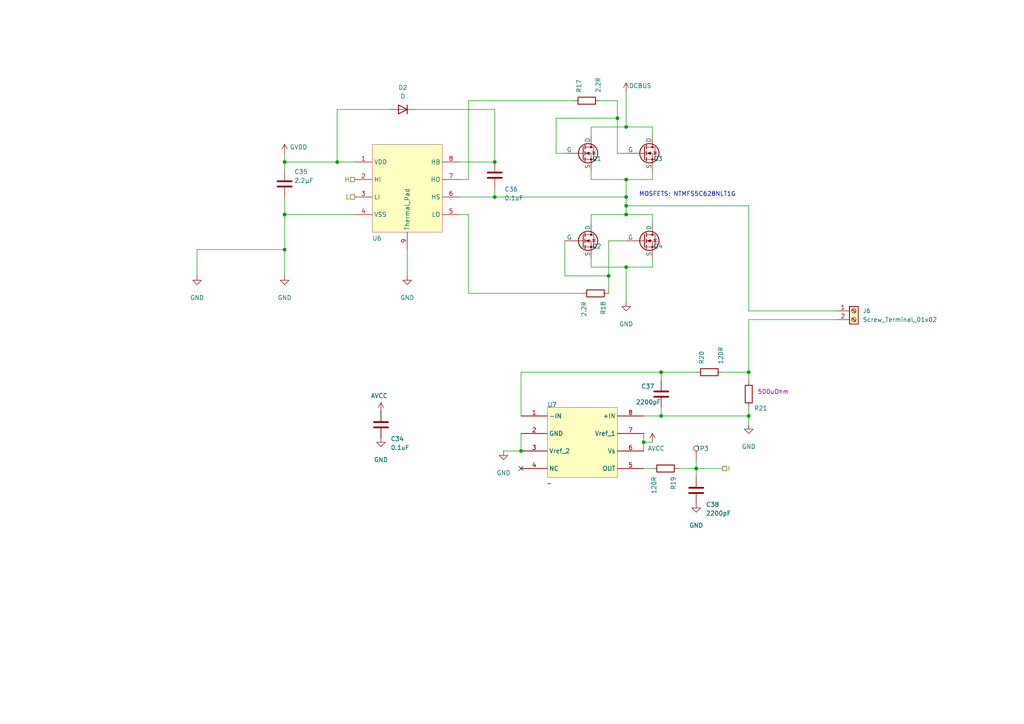
<source format=kicad_sch>
(kicad_sch (version 20231120) (generator "eeschema") (generator_version "8.0")
  (paper "A4")
  (lib_symbols
    (symbol "Connector:Screw_Terminal_01x02" (pin_names (offset 1.016) hide)
      (property "Reference" "J" (at 0 2.54 0))
      (property "Value" "Screw_Terminal_01x02" (at 0 -5.08 0))
      (symbol "Screw_Terminal_01x02_1_1"
        (rectangle (start -1.27 1.27) (end 1.27 -3.81) (stroke (width 0.254)) (fill (type background)))
        (circle (center 0 -2.54) (radius 0.635) (stroke (width 0.1524)))
        (polyline (pts (xy -0.5334 -2.2098) (xy 0.3302 -3.048)) (stroke (width 0.1524)))
        (polyline (pts (xy -0.5334 0.3302) (xy 0.3302 -0.508)) (stroke (width 0.1524)))
        (polyline (pts (xy -0.3556 -2.032) (xy 0.508 -2.8702)) (stroke (width 0.1524)))
        (polyline (pts (xy -0.3556 0.508) (xy 0.508 -0.3302)) (stroke (width 0.1524)))
        (circle (center 0 0) (radius 0.635) (stroke (width 0.1524)))
        (pin passive line (at -5.08 0 0) (length 3.81) (name "Pin_1") (number "1"))
        (pin passive line (at -5.08 -2.54 0) (length 3.81) (name "Pin_2") (number "2"))
      )
    )
    (symbol "Connector:TestPoint" (pin_numbers hide) (pin_names (offset 0.762) hide)
      (property "Reference" "TP" (at 0 6.858 0))
      (property "Value" "TestPoint" (at 0 5.08 0))
      (symbol "TestPoint_0_1"
        (circle (center 0 3.302) (radius 0.762))
      )
      (symbol "TestPoint_1_1"
        (pin passive line (at 0 0 90) (length 2.54) (name "1") (number "1"))
      )
    )
    (symbol "CustomNMOS:NMOS_1" (pin_numbers hide) (pin_names (offset 0))
      (property "Reference" "Q1" (at 2.794 0.254 0))
      (symbol "NMOS_1_0_1"
        (polyline (pts (xy 0.254 0) (xy -2.54 0)))
        (polyline (pts (xy 0.254 1.905) (xy 0.254 -1.905)) (stroke (width 0.254)))
        (polyline (pts (xy 0.762 -1.27) (xy 0.762 -2.286)) (stroke (width 0.254)))
        (polyline (pts (xy 0.762 0.508) (xy 0.762 -0.508)) (stroke (width 0.254)))
        (polyline (pts (xy 0.762 2.286) (xy 0.762 1.27)) (stroke (width 0.254)))
        (polyline (pts (xy 2.54 2.54) (xy 2.54 1.778)))
        (polyline (pts (xy 2.54 -2.54) (xy 2.54 0) (xy 0.762 0)))
        (polyline (pts (xy 0.762 -1.778) (xy 3.302 -1.778) (xy 3.302 1.778) (xy 0.762 1.778)))
        (polyline (pts (xy 1.016 0) (xy 2.032 0.381) (xy 2.032 -0.381) (xy 1.016 0)) (fill (type outline)))
        (polyline (pts (xy 2.794 0.508) (xy 2.921 0.381) (xy 3.683 0.381) (xy 3.81 0.254)))
        (polyline (pts (xy 3.302 0.381) (xy 2.921 -0.254) (xy 3.683 -0.254) (xy 3.302 0.381)))
        (circle (center 1.651 0) (radius 2.794) (stroke (width 0.254)))
        (circle (center 2.54 -1.778) (radius 0.254) (fill (type outline)))
        (circle (center 2.54 1.778) (radius 0.254) (fill (type outline)))
      )
      (symbol "NMOS_1_1_1"
        (pin passive line (at 2.54 -5.08 90) (length 2.54) (name "S") (number "1"))
        (pin input line (at -5.08 0 0) (length 2.54) (name "G") (number "4"))
        (pin passive line (at 2.54 5.08 270) (length 2.54) (name "D") (number "5"))
      )
    )
    (symbol "Device:C" (pin_numbers hide) (pin_names (offset 0.254))
      (property "Reference" "C" (at 0.635 2.54 0))
      (property "Value" "C" (at 0.635 -2.54 0))
      (symbol "C_0_1"
        (polyline (pts (xy -2.032 -0.762) (xy 2.032 -0.762)) (stroke (width 0.508)))
        (polyline (pts (xy -2.032 0.762) (xy 2.032 0.762)) (stroke (width 0.508)))
      )
      (symbol "C_1_1"
        (pin passive line (at 0 3.81 270) (length 2.794) (name "~") (number "1"))
        (pin passive line (at 0 -3.81 90) (length 2.794) (name "~") (number "2"))
      )
    )
    (symbol "Device:D" (pin_numbers hide) (pin_names (offset 1.016) hide)
      (property "Reference" "D" (at 0 2.54 0))
      (property "Value" "D" (at 0 -2.54 0))
      (symbol "D_0_1"
        (polyline (pts (xy -1.27 1.27) (xy -1.27 -1.27)) (stroke (width 0.254)))
        (polyline (pts (xy 1.27 0) (xy -1.27 0)))
        (polyline (pts (xy 1.27 1.27) (xy 1.27 -1.27) (xy -1.27 0) (xy 1.27 1.27)) (stroke (width 0.254)))
      )
      (symbol "D_1_1"
        (pin passive line (at -3.81 0 0) (length 2.54) (name "K") (number "1"))
        (pin passive line (at 3.81 0 180) (length 2.54) (name "A") (number "2"))
      )
    )
    (symbol "Device:R" (pin_numbers hide) (pin_names (offset 0))
      (property "Reference" "R" (at 2.032 0 90))
      (property "Value" "R" (at 0 0 90))
      (symbol "R_0_1"
        (rectangle (start -1.016 -2.54) (end 1.016 2.54) (stroke (width 0.254)))
      )
      (symbol "R_1_1"
        (pin passive line (at 0 3.81 270) (length 1.27) (name "~") (number "1"))
        (pin passive line (at 0 -3.81 90) (length 1.27) (name "~") (number "2"))
      )
    )
    (symbol "Top-altium-import:Aux_0_AD8418WBRZ"
      (symbol "Aux_0_AD8418WBRZ_1_0"
        (rectangle (start 20.32 20.32) (end 0 0) (stroke (width 0.0254) (color 128 0 0 1)) (fill (type background)))
        (pin passive line (at -7.62 17.78 0) (length 7.62) (name "-IN") (number "1"))
        (pin passive line (at -7.62 12.7 0) (length 7.62) (name "GND") (number "2"))
        (pin passive line (at -7.62 7.62 0) (length 7.62) (name "Vref_2") (number "3"))
        (pin passive line (at -7.62 2.54 0) (length 7.62) (name "NC") (number "4"))
        (pin passive line (at 27.94 2.54 180) (length 7.62) (name "OUT") (number "5"))
        (pin passive line (at 27.94 7.62 180) (length 7.62) (name "Vs") (number "6"))
        (pin passive line (at 27.94 12.7 180) (length 7.62) (name "Vref_1") (number "7"))
        (pin passive line (at 27.94 17.78 180) (length 7.62) (name "+IN") (number "8"))
      )
    )
    (symbol "Top-altium-import:Aux_0_LM5109BSD/NOPB"
      (symbol "Aux_0_LM5109BSD/NOPB_1_0"
        (rectangle (start 20.32 25.4) (end 0 0) (stroke (width 0.0254) (color 128 0 0 1)) (fill (type background)))
        (pin passive line (at -5.08 20.32 0) (length 5.08) (name "VDD") (number "1"))
        (pin passive line (at -5.08 15.24 0) (length 5.08) (name "HI") (number "2"))
        (pin passive line (at -5.08 10.16 0) (length 5.08) (name "LI") (number "3"))
        (pin passive line (at -5.08 5.08 0) (length 5.08) (name "VSS") (number "4"))
        (pin passive line (at 25.4 5.08 180) (length 5.08) (name "LO") (number "5"))
        (pin passive line (at 25.4 10.16 180) (length 5.08) (name "HS") (number "6"))
        (pin passive line (at 25.4 15.24 180) (length 5.08) (name "HO") (number "7"))
        (pin passive line (at 25.4 20.32 180) (length 5.08) (name "HB") (number "8"))
        (pin passive line (at 10.16 -5.08 90) (length 5.08) (name "Thermal_Pad") (number "9"))
      )
    )
    (symbol "power:GND" (power) (pin_numbers hide) (pin_names (offset 0) hide)
      (property "Value" "GND" (at 0 -3.81 0))
      (symbol "GND_0_1"
        (polyline (pts (xy 0 0) (xy 0 -1.27) (xy 1.27 -1.27) (xy 0 -2.54) (xy -1.27 -1.27) (xy 0 -1.27)))
      )
      (symbol "GND_1_1"
        (pin power_in line (at 0 0 270) (length 0) (name "~") (number "1"))
      )
    )
    (symbol "power:VCC" (power) (pin_numbers hide) (pin_names (offset 0) hide)
      (property "Value" "VCC" (at 0 3.556 0))
      (symbol "VCC_0_1"
        (polyline (pts (xy -0.762 1.27) (xy 0 2.54)))
        (polyline (pts (xy 0 0) (xy 0 2.54)))
        (polyline (pts (xy 0 2.54) (xy 0.762 1.27)))
      )
      (symbol "VCC_1_1"
        (pin power_in line (at 0 0 90) (length 0) (name "~") (number "1"))
      )
    )
    (symbol "power:VCCQ" (power) (pin_numbers hide) (pin_names (offset 0) hide)
      (property "Value" "VCCQ" (at 0 3.556 0))
      (symbol "VCCQ_0_1"
        (polyline (pts (xy -0.762 1.27) (xy 0 2.54)))
        (polyline (pts (xy 0 0) (xy 0 2.54)))
        (polyline (pts (xy 0 2.54) (xy 0.762 1.27)))
      )
      (symbol "VCCQ_1_1"
        (pin power_in line (at 0 0 90) (length 0) (name "~") (number "1"))
      )
    )
  )
  (junction (at 181.61 62.23))
  (junction (at 151.13 130.81))
  (junction (at 176.53 80.01))
  (junction (at 82.55 62.23))
  (junction (at 97.79 46.99))
  (junction (at 181.61 59.69))
  (junction (at 186.69 128.27))
  (junction (at 217.17 107.95))
  (junction (at 201.93 135.89))
  (junction (at 82.55 72.39))
  (junction (at 143.51 46.99))
  (junction (at 181.61 77.47))
  (junction (at 181.61 52.07))
  (junction (at 82.55 46.99))
  (junction (at 181.61 57.15))
  (junction (at 217.17 120.65))
  (junction (at 191.77 120.65))
  (junction (at 191.77 107.95))
  (junction (at 181.61 36.83))
  (junction (at 179.07 34.29))
  (junction (at 143.51 57.15))
  (no_connect (at 151.13 135.89))
  (wire (pts (xy 181.61 77.47) (xy 189.23 77.47)))
  (wire (pts (xy 191.77 107.95) (xy 201.93 107.95)))
  (wire (pts (xy 102.87 46.99) (xy 97.79 46.99)))
  (wire (pts (xy 191.77 120.65) (xy 191.77 118.11)))
  (wire (pts (xy 171.45 62.23) (xy 181.61 62.23)))
  (wire (pts (xy 176.53 69.85) (xy 181.61 69.85)))
  (wire (pts (xy 181.61 59.69) (xy 217.17 59.69)))
  (wire (pts (xy 181.61 62.23) (xy 189.23 62.23)))
  (wire (pts (xy 181.61 36.83) (xy 189.23 36.83)))
  (wire (pts (xy 181.61 57.15) (xy 181.61 59.69)))
  (wire (pts (xy 217.17 123.19) (xy 217.17 120.65)))
  (wire (pts (xy 82.55 80.01) (xy 82.55 72.39)))
  (wire (pts (xy 196.85 135.89) (xy 201.93 135.89)))
  (wire (pts (xy 217.17 92.71) (xy 242.57 92.71)))
  (wire (pts (xy 135.89 62.23) (xy 133.35 62.23)))
  (wire (pts (xy 181.61 44.45) (xy 179.07 44.45)))
  (wire (pts (xy 171.45 49.53) (xy 171.45 52.07)))
  (wire (pts (xy 118.11 80.01) (xy 118.11 72.39)))
  (wire (pts (xy 186.69 128.27) (xy 186.69 125.73)))
  (wire (pts (xy 209.55 107.95) (xy 217.17 107.95)))
  (wire (pts (xy 201.93 135.89) (xy 209.55 135.89)))
  (wire (pts (xy 161.29 44.45) (xy 163.83 44.45)))
  (wire (pts (xy 97.79 31.75) (xy 97.79 46.99)))
  (wire (pts (xy 161.29 34.29) (xy 161.29 44.45)))
  (wire (pts (xy 186.69 130.81) (xy 186.69 128.27)))
  (wire (pts (xy 217.17 59.69) (xy 217.17 90.17)))
  (wire (pts (xy 181.61 52.07) (xy 189.23 52.07)))
  (wire (pts (xy 189.23 135.89) (xy 186.69 135.89)))
  (wire (pts (xy 179.07 34.29) (xy 161.29 34.29)))
  (wire (pts (xy 120.65 31.75) (xy 143.51 31.75)))
  (wire (pts (xy 201.93 135.89) (xy 201.93 138.43)))
  (wire (pts (xy 163.83 80.01) (xy 176.53 80.01)))
  (wire (pts (xy 189.23 36.83) (xy 189.23 39.37)))
  (wire (pts (xy 133.35 52.07) (xy 135.89 52.07)))
  (wire (pts (xy 189.23 62.23) (xy 189.23 64.77)))
  (wire (pts (xy 102.87 62.23) (xy 82.55 62.23)))
  (wire (pts (xy 179.07 44.45) (xy 179.07 34.29)))
  (wire (pts (xy 176.53 85.09) (xy 176.53 80.01)))
  (wire (pts (xy 171.45 52.07) (xy 181.61 52.07)))
  (wire (pts (xy 82.55 44.45) (xy 82.55 46.99)))
  (wire (pts (xy 135.89 85.09) (xy 168.91 85.09)))
  (wire (pts (xy 176.53 80.01) (xy 176.53 69.85)))
  (wire (pts (xy 135.89 52.07) (xy 135.89 29.21)))
  (wire (pts (xy 171.45 64.77) (xy 171.45 62.23)))
  (wire (pts (xy 143.51 57.15) (xy 143.51 54.61)))
  (wire (pts (xy 143.51 57.15) (xy 181.61 57.15)))
  (wire (pts (xy 171.45 36.83) (xy 181.61 36.83)))
  (wire (pts (xy 171.45 77.47) (xy 181.61 77.47)))
  (wire (pts (xy 82.55 46.99) (xy 82.55 49.53)))
  (wire (pts (xy 151.13 125.73) (xy 151.13 130.81)))
  (wire (pts (xy 189.23 77.47) (xy 189.23 74.93)))
  (wire (pts (xy 181.61 77.47) (xy 181.61 87.63)))
  (wire (pts (xy 173.99 29.21) (xy 179.07 29.21)))
  (wire (pts (xy 57.15 72.39) (xy 82.55 72.39)))
  (wire (pts (xy 191.77 120.65) (xy 217.17 120.65)))
  (wire (pts (xy 186.69 120.65) (xy 191.77 120.65)))
  (wire (pts (xy 163.83 69.85) (xy 163.83 80.01)))
  (wire (pts (xy 171.45 74.93) (xy 171.45 77.47)))
  (wire (pts (xy 82.55 62.23) (xy 82.55 57.15)))
  (wire (pts (xy 143.51 31.75) (xy 143.51 46.99)))
  (wire (pts (xy 143.51 46.99) (xy 133.35 46.99)))
  (wire (pts (xy 133.35 57.15) (xy 143.51 57.15)))
  (wire (pts (xy 181.61 36.83) (xy 181.61 26.67)))
  (wire (pts (xy 82.55 72.39) (xy 82.55 62.23)))
  (wire (pts (xy 179.07 29.21) (xy 179.07 34.29)))
  (wire (pts (xy 191.77 107.95) (xy 151.13 107.95)))
  (wire (pts (xy 217.17 110.49) (xy 217.17 107.95)))
  (wire (pts (xy 181.61 52.07) (xy 181.61 57.15)))
  (wire (pts (xy 189.23 52.07) (xy 189.23 49.53)))
  (wire (pts (xy 217.17 118.11) (xy 217.17 120.65)))
  (wire (pts (xy 135.89 29.21) (xy 166.37 29.21)))
  (wire (pts (xy 97.79 31.75) (xy 113.03 31.75)))
  (wire (pts (xy 189.23 128.27) (xy 186.69 128.27)))
  (wire (pts (xy 191.77 107.95) (xy 191.77 110.49)))
  (wire (pts (xy 151.13 130.81) (xy 146.05 130.81)))
  (wire (pts (xy 181.61 59.69) (xy 181.61 62.23)))
  (wire (pts (xy 201.93 133.35) (xy 201.93 135.89)))
  (wire (pts (xy 217.17 92.71) (xy 217.17 107.95)))
  (wire (pts (xy 217.17 90.17) (xy 242.57 90.17)))
  (wire (pts (xy 171.45 39.37) (xy 171.45 36.83)))
  (wire (pts (xy 97.79 46.99) (xy 82.55 46.99)))
  (wire (pts (xy 135.89 85.09) (xy 135.89 62.23)))
  (wire (pts (xy 151.13 107.95) (xy 151.13 120.65)))
  (wire (pts (xy 57.15 72.39) (xy 57.15 80.01)))
  (text "MOSFETS: NTMFS5C628NLT1G" (at 199.39 57.15 0) (effects (font (size 1.27 1.27)) (justify bottom)))
  (hierarchical_label "I" (shape passive) (at 209.55 135.89 0))
  (hierarchical_label "L" (shape passive) (at 102.87 57.15 180))
  (hierarchical_label "H" (shape passive) (at 102.87 52.07 180))
  (symbol (lib_id "power:GND") (at 217.17 123.19 0) (unit 1)
    (property "Reference" "#PWR067" (effects (hide yes)))
    (property "Value" "GND" (at 217.17 129.54 0))
  )
  (symbol (lib_id "power:GND") (at 181.61 87.63 0) (unit 1)
    (property "Reference" "#PWR064" (effects (hide yes)))
    (property "Value" "GND" (at 181.61 93.98 0))
  )
  (symbol (lib_id "Device:C") (at 143.51 50.8 0) (unit 1)
    (property "Reference" "C36" (at 146.304 55.626 0) (effects (justify left bottom)))
    (property "Value" "${CAPACITANCE}" (at 146.304 58.166 0) (effects (justify left bottom)))
    (property "Footprint" "Capacitor_SMD:C_0603_1608Metric" (effects (hide yes)))
    (property "Description" "CAP CER 0.1UF 50V X7R 0603" (effects (hide yes)))
    (property "SUPPLIER 1" "Digi-Key" (effects (hide yes)))
    (property "SUPPLIER PART NUMBER 1" "490-1519-2-ND" (effects (hide yes)))
    (property "MANUFACTURER" "Murata Electronics North America" (effects (hide yes)))
    (property "MANUFACTURER PART NUMBER" "GRM188R71H104KA93D" (effects (hide yes)))
    (property "ROHS" "RoHS Compliant" (effects (hide yes)))
    (property "CATEGORY" "Capacitors" (effects (hide yes)))
    (property "PRICING 1" "4000=0.01822, 8000=0.01663, 12000=0.01584 (USD)" (effects (hide yes)))
    (property "PACKAGING" "Tape & Reel (TR)" (effects (hide yes)))
    (property "CAPACITANCE" "0.1uF" (effects (hide yes)))
    (property "TOLERANCE" "±10%" (effects (hide yes)))
    (property "VOLTAGE - RATED" "50V" (effects (hide yes)))
    (property "TEMPERATURE COEFFICIENT" "X7R" (effects (hide yes)))
    (property "MOUNTING TYPE" "Surface Mount, MLCC" (effects (hide yes)))
    (property "OPERATING TEMPERATURE" "-55°C ~ 125°C" (effects (hide yes)))
    (property "APPLICATIONS" "General Purpose" (effects (hide yes)))
    (property "RATINGS" "-" (effects (hide yes)))
    (property "PACKAGE / CASE" "0603 (1608 Metric)" (effects (hide yes)))
    (property "SIZE / DIMENSION" "0.063\" L x 0.032\" W (1.60mm x 0.80mm)" (effects (hide yes)))
    (property "HEIGHT - SEATED (MAX)" "-" (effects (hide yes)))
    (property "THICKNESS (MAX)" "0.035\" (0.90mm)" (effects (hide yes)))
    (property "LEAD SPACING" "-" (effects (hide yes)))
    (property "FEATURES" "-" (effects (hide yes)))
    (property "LEAD STYLE" "-" (effects (hide yes)))
    (property "COMPONENTLINK1URL" "http://www.murata.com/~/media/webrenewal/support/library/catalog/products/capacitor/mlcc/c02e.ashx?la=en-us" (effects (hide yes)))
    (property "COMPONENTLINK1DESCRIPTION" "http://www.murata.com/~/media/webrenewal/support/library/catalog/products/capacitor/mlcc/c02e.ashx?la=en-us" (effects (hide yes)))
    (property "STOCK" "19812000" (effects (hide yes)))
    (property "PART STATUS" "Active" (effects (hide yes)))
    (property "SUPPLIER 2" "Digi-Key" (effects (hide yes)))
    (property "SUPPLIER PART NUMBER 2" "490-1519-1-ND" (effects (hide yes)))
    (property "PRICING 2" "1=0.12, 10=0.084, 100=0.0396, 500=0.02778, 1000=0.023 (USD)" (effects (hide yes)))
  )
  (symbol (lib_id "CustomNMOS:NMOS_1") (at 168.91 44.45 0) (unit 1)
    (property "Reference" "Q1" (at 171.704 46.736 0) (effects (justify left bottom)))
    (property "Description" "MOSFET N-CH 30V 13A SO8FL" (effects (hide yes)))
    (property "SUPPLIER 1" "Digi-Key" (effects (hide yes)))
    (property "SUPPLIER PART NUMBER 1" "NTMFS4935NT1GOSCT-ND" (effects (hide yes)))
    (property "MANUFACTURER" "ON Semiconductor" (effects (hide yes)))
    (property "ROHS" "RoHS Compliant" (effects (hide yes)))
    (property "CATEGORY" "Discrete Semiconductor Products" (effects (hide yes)))
    (property "STOCK 1" "932" (effects (hide yes)))
    (property "PRICING 1" "1=0.61, 10=0.541, 100=0.4145, 500=0.3277 (USD)" (effects (hide yes)))
    (property "PACKAGING" "Cut Tape (CT)" (effects (hide yes)))
    (property "PART STATUS" "Active" (effects (hide yes)))
    (property "FET TYPE" "N-Channel" (effects (hide yes)))
    (property "TECHNOLOGY" "MOSFET (Metal Oxide)" (effects (hide yes)))
    (property "DRAIN TO SOURCE VOLTAGE (VDSS)" "30V" (effects (hide yes)))
    (property "CURRENT - CONTINUOUS DRAIN (ID) @ 25°C" "13A (Ta), 93A (Tc)" (effects (hide yes)))
    (property "DRIVE VOLTAGE (MAX RDS ON,  MIN RDS ON)" "4.5V, 10V" (effects (hide yes)))
    (property "VGS(TH) (MAX) @ ID" "2.2V @ 250µA" (effects (hide yes)))
    (property "GATE CHARGE (QG) (MAX) @ VGS" "49.4nC @ 10V" (effects (hide yes)))
    (property "INPUT CAPACITANCE (CISS) (MAX) @ VDS" "4850pF @ 15V" (effects (hide yes)))
    (property "VGS (MAX)" "±20V" (effects (hide yes)))
    (property "FET FEATURE" "-" (effects (hide yes)))
    (property "POWER DISSIPATION (MAX)" "930mW (Ta), 48W (Tc)" (effects (hide yes)))
    (property "RDS ON (MAX) @ ID, VGS" "3.2 mOhm @ 30A, 10V" (effects (hide yes)))
    (property "OPERATING TEMPERATURE" "-55°C ~ 150°C (TJ)" (effects (hide yes)))
    (property "MOUNTING TYPE" "Surface Mount" (effects (hide yes)))
    (property "SUPPLIER DEVICE PACKAGE" "5-DFN (5x6) (8-SOFL)" (effects (hide yes)))
    (property "PACKAGE / CASE" "8-PowerTDFN, 5 Leads" (effects (hide yes)))
    (property "COMPONENTLINK1URL" "http://www.onsemi.com/pub_link/Collateral/NTMFS4935N-D.PDF" (effects (hide yes)))
    (property "COMPONENTLINK1DESCRIPTION" "http://www.onsemi.com/pub_link/Collateral/NTMFS4935N-D.PDF" (effects (hide yes)))
    (property "MANUFACTURER PART NUMBER" "NTMFS4935NT1G" (effects (hide yes)))
  )
  (symbol (lib_id "power:VCCQ") (at 181.61 26.67 0) (unit 1)
    (property "Reference" "#PWR063" (effects (hide yes)))
    (property "Value" "DCBUS" (at 185.674 24.892 0))
    (property "Description" "Power symbol creates a global label with name \"VCCQ\"" (effects (hide yes)))
  )
  (symbol (lib_id "CustomNMOS:NMOS_1") (at 168.91 69.85 0) (unit 1)
    (property "Reference" "Q2" (at 171.704 72.136 0) (effects (justify left bottom)))
    (property "Description" "MOSFET N-CH 30V 13A SO8FL" (effects (hide yes)))
    (property "SUPPLIER 1" "Digi-Key" (effects (hide yes)))
    (property "SUPPLIER PART NUMBER 1" "NTMFS4935NT1GOSCT-ND" (effects (hide yes)))
    (property "MANUFACTURER" "ON Semiconductor" (effects (hide yes)))
    (property "ROHS" "RoHS Compliant" (effects (hide yes)))
    (property "CATEGORY" "Discrete Semiconductor Products" (effects (hide yes)))
    (property "STOCK 1" "932" (effects (hide yes)))
    (property "PRICING 1" "1=0.61, 10=0.541, 100=0.4145, 500=0.3277 (USD)" (effects (hide yes)))
    (property "PACKAGING" "Cut Tape (CT)" (effects (hide yes)))
    (property "PART STATUS" "Active" (effects (hide yes)))
    (property "FET TYPE" "N-Channel" (effects (hide yes)))
    (property "TECHNOLOGY" "MOSFET (Metal Oxide)" (effects (hide yes)))
    (property "DRAIN TO SOURCE VOLTAGE (VDSS)" "30V" (effects (hide yes)))
    (property "CURRENT - CONTINUOUS DRAIN (ID) @ 25°C" "13A (Ta), 93A (Tc)" (effects (hide yes)))
    (property "DRIVE VOLTAGE (MAX RDS ON,  MIN RDS ON)" "4.5V, 10V" (effects (hide yes)))
    (property "VGS(TH) (MAX) @ ID" "2.2V @ 250µA" (effects (hide yes)))
    (property "GATE CHARGE (QG) (MAX) @ VGS" "49.4nC @ 10V" (effects (hide yes)))
    (property "INPUT CAPACITANCE (CISS) (MAX) @ VDS" "4850pF @ 15V" (effects (hide yes)))
    (property "VGS (MAX)" "±20V" (effects (hide yes)))
    (property "FET FEATURE" "-" (effects (hide yes)))
    (property "POWER DISSIPATION (MAX)" "930mW (Ta), 48W (Tc)" (effects (hide yes)))
    (property "RDS ON (MAX) @ ID, VGS" "3.2 mOhm @ 30A, 10V" (effects (hide yes)))
    (property "OPERATING TEMPERATURE" "-55°C ~ 150°C (TJ)" (effects (hide yes)))
    (property "MOUNTING TYPE" "Surface Mount" (effects (hide yes)))
    (property "SUPPLIER DEVICE PACKAGE" "5-DFN (5x6) (8-SOFL)" (effects (hide yes)))
    (property "PACKAGE / CASE" "8-PowerTDFN, 5 Leads" (effects (hide yes)))
    (property "COMPONENTLINK1URL" "http://www.onsemi.com/pub_link/Collateral/NTMFS4935N-D.PDF" (effects (hide yes)))
    (property "COMPONENTLINK1DESCRIPTION" "http://www.onsemi.com/pub_link/Collateral/NTMFS4935N-D.PDF" (effects (hide yes)))
    (property "MANUFACTURER PART NUMBER" "NTMFS4935NT1G" (effects (hide yes)))
  )
  (symbol (lib_id "Device:R") (at 217.17 114.3 0) (unit 1)
    (property "Reference" "R21" (at 218.694 119.126 0) (effects (justify left bottom)))
    (property "Value" "500uOhm" (effects (hide yes)))
    (property "Footprint" "Resistor_SMD:R_2512_6332Metric" (effects (hide yes)))
    (property "Description" "RES SMD 0.0005 OHM 1% 3W 2512" (effects (hide yes)))
    (property "ALTIUM_VALUE" "500uOhm" (at 219.71 114.3 0) (effects (justify left bottom)))
    (property "SUPPLIER 1" "Digi-Key" (effects (hide yes)))
    (property "SUPPLIER PART NUMBER 1" "696-1183-2-ND" (effects (hide yes)))
    (property "MANUFACTURER" "Riedon" (effects (hide yes)))
    (property "ROHS" "RoHS Compliant" (effects (hide yes)))
    (property "CATEGORY" "Resistors" (effects (hide yes)))
    (property "STOCK" "2000" (effects (hide yes)))
    (property "PRICING 1" "2000=0.19817, 6000=0.1937, 10000=0.187, 50000=0.18148 (USD)" (effects (hide yes)))
    (property "PACKAGING" "Tape & Reel (TR)" (effects (hide yes)))
    (property "PART STATUS" "Active" (effects (hide yes)))
    (property "TOLERANCE" "±1%" (effects (hide yes)))
    (property "POWER (WATTS)" "3W" (effects (hide yes)))
    (property "COMPOSITION" "Metal Element" (effects (hide yes)))
    (property "FEATURES" "Current Sense" (effects (hide yes)))
    (property "TEMPERATURE COEFFICIENT" "±100ppm/°C" (effects (hide yes)))
    (property "OPERATING TEMPERATURE" "-55°C ~ 170°C" (effects (hide yes)))
    (property "PACKAGE / CASE" "2512 (6432 Metric)" (effects (hide yes)))
    (property "SUPPLIER DEVICE PACKAGE" "2512" (effects (hide yes)))
    (property "SIZE / DIMENSION" "0.250\" L x 0.118\" W (6.35mm x 3.00mm)" (effects (hide yes)))
    (property "HEIGHT - SEATED (MAX)" "0.057\" (1.45mm)" (effects (hide yes)))
    (property "FAILURE RATE" "-" (effects (hide yes)))
    (property "COMPONENTLINK1URL" "http://riedon.com/media/pdf/CSR.pdf" (effects (hide yes)))
    (property "COMPONENTLINK1DESCRIPTION" "http://riedon.com/media/pdf/CSR.pdf" (effects (hide yes)))
    (property "SUPPLIER 2" "Digi-Key" (effects (hide yes)))
    (property "SUPPLIER PART NUMBER 2" "696-1183-1-ND" (effects (hide yes)))
    (property "PRICING 2" "1=0.69, 10=0.574, 25=0.4916, 50=0.4426, 100=0.3852, 250=0.3442, 500=0.27864, 1000=0.22536 (USD)" (effects (hide yes)))
    (property "MANUFACTURER PART NUMBER" "CSR2512C0R0005F" (effects (hide yes)))
  )
  (symbol (lib_id "Device:R") (at 193.04 135.89 270) (unit 1)
    (property "Reference" "R19" (at 194.564 138.176 0) (effects (justify left bottom)))
    (property "Value" "120R" (at 188.976 138.176 0) (effects (justify left bottom)))
    (property "Footprint" "Resistor_SMD:R_0603_1608Metric" (effects (hide yes)))
    (property "Description" "RES SMD 120 OHM 1% 1/10W 0603" (effects (hide yes)))
    (property "SUPPLIER 1" "Digi-Key" (effects (hide yes)))
    (property "SUPPLIER PART NUMBER 1" "311-120HRCT-ND" (effects (hide yes)))
    (property "MANUFACTURER" "Yageo" (effects (hide yes)))
    (property "MANUFACTURER PART NUMBER" "RC0603FR-07120RL" (effects (hide yes)))
    (property "ROHS" "RoHS Compliant" (effects (hide yes)))
    (property "CATEGORY" "Resistors" (effects (hide yes)))
    (property "STOCK 1" "1545282" (effects (hide yes)))
    (property "PRICING 1" "1=0.1, 10=0.014, 25=0.01, 100=0.0057, 250=0.00436, 500=0.00348, 1000=0.00257, 2500=0.00223 (USD)" (effects (hide yes)))
    (property "PACKAGING" "Cut Tape (CT)" (effects (hide yes)))
    (property "RESISTANCE (OHMS)" "120" (effects (hide yes)))
    (property "TOLERANCE" "±1%" (effects (hide yes)))
    (property "POWER (WATTS)" "0.1W, 1/10W" (effects (hide yes)))
    (property "COMPOSITION" "Thick Film" (effects (hide yes)))
    (property "FEATURES" "Moisture Resistant" (effects (hide yes)))
    (property "TEMPERATURE COEFFICIENT" "±100ppm/°C" (effects (hide yes)))
    (property "OPERATING TEMPERATURE" "-55°C ~ 155°C" (effects (hide yes)))
    (property "PACKAGE / CASE" "0603 (1608 Metric)" (effects (hide yes)))
    (property "SUPPLIER DEVICE PACKAGE" "0603" (effects (hide yes)))
    (property "SIZE / DIMENSION" "0.063\" L x 0.031\" W (1.60mm x 0.80mm)" (effects (hide yes)))
    (property "HEIGHT" "0.022\" (0.55mm)" (effects (hide yes)))
    (property "NUMBER OF TERMINATIONS" "2" (effects (hide yes)))
    (property "COMPONENTLINK1URL" "http://www.yageo.com/documents/recent/PYu-RC_Group_51_RoHS_L_04.pdf" (effects (hide yes)))
    (property "COMPONENTLINK1DESCRIPTION" "http://www.yageo.com/documents/recent/PYu-RC_Group_51_RoHS_L_04.pdf" (effects (hide yes)))
  )
  (symbol (lib_id "power:VCC") (at 189.23 128.27 0) (unit 1)
    (property "Reference" "#PWR065" (effects (hide yes)))
    (property "Value" "AVCC" (at 192.786 130.048 0) (effects (justify right)))
  )
  (symbol (lib_id "Connector:Screw_Terminal_01x02") (at 247.65 90.17 0) (unit 1)
    (property "Reference" "J6" (at 250.19 90.1699 0) (effects (justify left)))
    (property "Value" "Screw_Terminal_01x02" (at 250.19 92.7099 0) (effects (justify left)))
    (property "Footprint" "Hole-Mounts:Two-Hole" (effects (hide yes)))
    (property "Description" "Generic screw terminal, single row, 01x02, script generated (kicad-library-utils/schlib/autogen/connector/)" (effects (hide yes)))
  )
  (symbol (lib_id "power:VCC") (at 110.49 119.38 0) (unit 1)
    (property "Reference" "#PWR057" (effects (hide yes)))
    (property "Value" "AVCC" (at 109.982 114.808 0))
  )
  (symbol (lib_id "power:GND") (at 201.93 146.05 0) (unit 1)
    (property "Reference" "#PWR066" (effects (hide yes)))
    (property "Value" "GND" (at 201.93 152.4 0))
  )
  (symbol (lib_id "Device:C") (at 82.55 53.34 0) (unit 1)
    (property "Reference" "C35" (at 85.344 50.546 0) (effects (justify left bottom)))
    (property "Value" "${CAPACITANCE}" (at 85.344 53.086 0) (effects (justify left bottom)))
    (property "Footprint" "Capacitor_SMD:C_0603_1608Metric" (effects (hide yes)))
    (property "Description" "CAP CER 2.2UF 16V X5R 0603" (effects (hide yes)))
    (property "SUPPLIER 1" "Digi-Key" (effects (hide yes)))
    (property "SUPPLIER PART NUMBER 1" "490-3296-1-ND" (effects (hide yes)))
    (property "MANUFACTURER" "Murata Electronics North America" (effects (hide yes)))
    (property "MANUFACTURER PART NUMBER" "GRM188R61C225KE15D" (effects (hide yes)))
    (property "ROHS" "RoHS Compliant" (effects (hide yes)))
    (property "CATEGORY" "Capacitors" (effects (hide yes)))
    (property "STOCK 1" "1255740" (effects (hide yes)))
    (property "PRICING 1" "1=0.12, 10=0.08, 50=0.046, 100=0.038, 250=0.032, 500=0.0268, 1000=0.022 (USD)" (effects (hide yes)))
    (property "PACKAGING" "Cut Tape (CT)" (effects (hide yes)))
    (property "CAPACITANCE" "2.2µF" (effects (hide yes)))
    (property "TOLERANCE" "±10%" (effects (hide yes)))
    (property "VOLTAGE - RATED" "16V" (effects (hide yes)))
    (property "TEMPERATURE COEFFICIENT" "X5R" (effects (hide yes)))
    (property "MOUNTING TYPE" "Surface Mount, MLCC" (effects (hide yes)))
    (property "OPERATING TEMPERATURE" "-55°C ~ 85°C" (effects (hide yes)))
    (property "APPLICATIONS" "General Purpose" (effects (hide yes)))
    (property "RATINGS" "-" (effects (hide yes)))
    (property "PACKAGE / CASE" "0603 (1608 Metric)" (effects (hide yes)))
    (property "SIZE / DIMENSION" "0.063\" L x 0.031\" W (1.60mm x 0.80mm)" (effects (hide yes)))
    (property "HEIGHT - SEATED (MAX)" "-" (effects (hide yes)))
    (property "THICKNESS (MAX)" "0.035\" (0.90mm)" (effects (hide yes)))
    (property "LEAD SPACING" "-" (effects (hide yes)))
    (property "FEATURES" "-" (effects (hide yes)))
    (property "LEAD STYLE" "-" (effects (hide yes)))
    (property "COMPONENTLINK1URL" "http://www.murata.com/~/media/webrenewal/support/library/catalog/products/capacitor/mlcc/c02e.pdf" (effects (hide yes)))
    (property "COMPONENTLINK1DESCRIPTION" "http://www.murata.com/~/media/webrenewal/support/library/catalog/products/capacitor/mlcc/c02e.pdf" (effects (hide yes)))
  )
  (symbol (lib_id "CustomNMOS:NMOS_1") (at 186.69 69.85 0) (unit 1)
    (property "Reference" "Q4" (at 189.484 72.136 0) (effects (justify left bottom)))
    (property "Description" "MOSFET N-CH 30V 13A SO8FL" (effects (hide yes)))
    (property "SUPPLIER 1" "Digi-Key" (effects (hide yes)))
    (property "SUPPLIER PART NUMBER 1" "NTMFS4935NT1GOSCT-ND" (effects (hide yes)))
    (property "MANUFACTURER" "ON Semiconductor" (effects (hide yes)))
    (property "ROHS" "RoHS Compliant" (effects (hide yes)))
    (property "CATEGORY" "Discrete Semiconductor Products" (effects (hide yes)))
    (property "STOCK 1" "932" (effects (hide yes)))
    (property "PRICING 1" "1=0.61, 10=0.541, 100=0.4145, 500=0.3277 (USD)" (effects (hide yes)))
    (property "PACKAGING" "Cut Tape (CT)" (effects (hide yes)))
    (property "PART STATUS" "Active" (effects (hide yes)))
    (property "FET TYPE" "N-Channel" (effects (hide yes)))
    (property "TECHNOLOGY" "MOSFET (Metal Oxide)" (effects (hide yes)))
    (property "DRAIN TO SOURCE VOLTAGE (VDSS)" "30V" (effects (hide yes)))
    (property "CURRENT - CONTINUOUS DRAIN (ID) @ 25°C" "13A (Ta), 93A (Tc)" (effects (hide yes)))
    (property "DRIVE VOLTAGE (MAX RDS ON,  MIN RDS ON)" "4.5V, 10V" (effects (hide yes)))
    (property "VGS(TH) (MAX) @ ID" "2.2V @ 250µA" (effects (hide yes)))
    (property "GATE CHARGE (QG) (MAX) @ VGS" "49.4nC @ 10V" (effects (hide yes)))
    (property "INPUT CAPACITANCE (CISS) (MAX) @ VDS" "4850pF @ 15V" (effects (hide yes)))
    (property "VGS (MAX)" "±20V" (effects (hide yes)))
    (property "FET FEATURE" "-" (effects (hide yes)))
    (property "POWER DISSIPATION (MAX)" "930mW (Ta), 48W (Tc)" (effects (hide yes)))
    (property "RDS ON (MAX) @ ID, VGS" "3.2 mOhm @ 30A, 10V" (effects (hide yes)))
    (property "OPERATING TEMPERATURE" "-55°C ~ 150°C (TJ)" (effects (hide yes)))
    (property "MOUNTING TYPE" "Surface Mount" (effects (hide yes)))
    (property "SUPPLIER DEVICE PACKAGE" "5-DFN (5x6) (8-SOFL)" (effects (hide yes)))
    (property "PACKAGE / CASE" "8-PowerTDFN, 5 Leads" (effects (hide yes)))
    (property "COMPONENTLINK1URL" "http://www.onsemi.com/pub_link/Collateral/NTMFS4935N-D.PDF" (effects (hide yes)))
    (property "COMPONENTLINK1DESCRIPTION" "http://www.onsemi.com/pub_link/Collateral/NTMFS4935N-D.PDF" (effects (hide yes)))
    (property "MANUFACTURER PART NUMBER" "NTMFS4935NT1G" (effects (hide yes)))
  )
  (symbol (lib_id "Top-altium-import:Aux_0_AD8418WBRZ") (at 158.75 138.43 0) (unit 1)
    (property "Reference" "U7" (at 158.75 118.11 0) (effects (justify left bottom)))
    (property "Value" "~" (at 158.75 140.97 0) (effects (justify left bottom)))
    (property "Footprint" "Package_SO:SOIC-8_3.9x4.9mm_P1.27mm" (effects (hide yes)))
    (property "Description" "ANALOG DEVICES Current Sense Amplifier, Bidirectional, 1, 130 µA, NSOIC" (effects (hide yes)))
  )
  (symbol (lib_id "Device:D") (at 116.84 31.75 180) (unit 1)
    (property "Reference" "D2" (at 116.84 25.4 0))
    (property "Value" "D" (at 116.84 27.94 0))
    (property "Footprint" "Diode_SMD:D_SOD-123F" (effects (hide yes)))
    (property "Description" "Diode" (effects (hide yes)))
    (property "Sim.Device" "D" (effects (hide yes)))
    (property "Sim.Pins" "1=K 2=A" (effects (hide yes)))
  )
  (symbol (lib_id "Device:C") (at 201.93 142.24 0) (unit 1)
    (property "Reference" "C38" (at 204.724 147.066 0) (effects (justify left bottom)))
    (property "Value" "${CAPACITANCE}" (at 204.724 149.606 0) (effects (justify left bottom)))
    (property "Footprint" "Capacitor_SMD:C_0603_1608Metric" (effects (hide yes)))
    (property "Description" "CAP CER 2200PF 50V NP0 0603" (effects (hide yes)))
    (property "SUPPLIER 1" "Digi-Key" (effects (hide yes)))
    (property "SUPPLIER PART NUMBER 1" "490-1459-1-ND" (effects (hide yes)))
    (property "MANUFACTURER" "Murata Electronics North America" (effects (hide yes)))
    (property "ROHS" "RoHS Compliant" (effects (hide yes)))
    (property "CATEGORY" "Capacitors" (effects (hide yes)))
    (property "STOCK 1" "850589" (effects (hide yes)))
    (property "PRICING 1" "1=0.11, 10=0.08, 25=0.058, 50=0.0434, 100=0.0355, 250=0.02972, 500=0.02536, 1000=0.01992 (USD)" (effects (hide yes)))
    (property "PACKAGING" "Cut Tape (CT)" (effects (hide yes)))
    (property "CAPACITANCE" "2200pF" (effects (hide yes)))
    (property "TOLERANCE" "±5%" (effects (hide yes)))
    (property "VOLTAGE - RATED" "50V" (effects (hide yes)))
    (property "TEMPERATURE COEFFICIENT" "C0G, NP0" (effects (hide yes)))
    (property "MOUNTING TYPE" "Surface Mount, MLCC" (effects (hide yes)))
    (property "OPERATING TEMPERATURE" "-55°C ~ 125°C" (effects (hide yes)))
    (property "APPLICATIONS" "General Purpose" (effects (hide yes)))
    (property "RATINGS" "-" (effects (hide yes)))
    (property "PACKAGE / CASE" "0603 (1608 Metric)" (effects (hide yes)))
    (property "SIZE / DIMENSION" "0.063\" L x 0.031\" W (1.60mm x 0.80mm)" (effects (hide yes)))
    (property "HEIGHT - SEATED (MAX)" "-" (effects (hide yes)))
    (property "THICKNESS (MAX)" "0.035\" (0.90mm)" (effects (hide yes)))
    (property "LEAD SPACING" "-" (effects (hide yes)))
    (property "FEATURES" "-" (effects (hide yes)))
    (property "LEAD STYLE" "-" (effects (hide yes)))
    (property "COMPONENTLINK1URL" "http://www.murata.com/~/media/webrenewal/support/library/catalog/products/capacitor/mlcc/c02e.ashx" (effects (hide yes)))
    (property "COMPONENTLINK1DESCRIPTION" "http://www.murata.com/~/media/webrenewal/support/library/catalog/products/capacitor/mlcc/c02e.ashx" (effects (hide yes)))
    (property "PART STATUS" "Active" (effects (hide yes)))
  )
  (symbol (lib_id "power:GND") (at 118.11 80.01 0) (unit 1)
    (property "Reference" "#PWR061" (effects (hide yes)))
    (property "Value" "GND" (at 118.11 86.36 0))
  )
  (symbol (lib_id "Device:C") (at 191.77 114.3 0) (unit 1)
    (property "Reference" "C37" (at 185.928 112.776 0) (effects (justify left bottom)))
    (property "Value" "${CAPACITANCE}" (at 184.404 117.348 0) (effects (justify left bottom)))
    (property "Footprint" "Capacitor_SMD:C_0603_1608Metric" (effects (hide yes)))
    (property "Description" "CAP CER 2200PF 50V NP0 0603" (effects (hide yes)))
    (property "SUPPLIER 1" "Digi-Key" (effects (hide yes)))
    (property "SUPPLIER PART NUMBER 1" "490-1459-1-ND" (effects (hide yes)))
    (property "MANUFACTURER" "Murata Electronics North America" (effects (hide yes)))
    (property "ROHS" "RoHS Compliant" (effects (hide yes)))
    (property "CATEGORY" "Capacitors" (effects (hide yes)))
    (property "STOCK 1" "850589" (effects (hide yes)))
    (property "PRICING 1" "1=0.11, 10=0.08, 25=0.058, 50=0.0434, 100=0.0355, 250=0.02972, 500=0.02536, 1000=0.01992 (USD)" (effects (hide yes)))
    (property "PACKAGING" "Cut Tape (CT)" (effects (hide yes)))
    (property "CAPACITANCE" "2200pF" (effects (hide yes)))
    (property "TOLERANCE" "±5%" (effects (hide yes)))
    (property "VOLTAGE - RATED" "50V" (effects (hide yes)))
    (property "TEMPERATURE COEFFICIENT" "C0G, NP0" (effects (hide yes)))
    (property "MOUNTING TYPE" "Surface Mount, MLCC" (effects (hide yes)))
    (property "OPERATING TEMPERATURE" "-55°C ~ 125°C" (effects (hide yes)))
    (property "APPLICATIONS" "General Purpose" (effects (hide yes)))
    (property "RATINGS" "-" (effects (hide yes)))
    (property "PACKAGE / CASE" "0603 (1608 Metric)" (effects (hide yes)))
    (property "SIZE / DIMENSION" "0.063\" L x 0.031\" W (1.60mm x 0.80mm)" (effects (hide yes)))
    (property "HEIGHT - SEATED (MAX)" "-" (effects (hide yes)))
    (property "THICKNESS (MAX)" "0.035\" (0.90mm)" (effects (hide yes)))
    (property "LEAD SPACING" "-" (effects (hide yes)))
    (property "FEATURES" "-" (effects (hide yes)))
    (property "LEAD STYLE" "-" (effects (hide yes)))
    (property "COMPONENTLINK1URL" "http://www.murata.com/~/media/webrenewal/support/library/catalog/products/capacitor/mlcc/c02e.ashx" (effects (hide yes)))
    (property "COMPONENTLINK1DESCRIPTION" "http://www.murata.com/~/media/webrenewal/support/library/catalog/products/capacitor/mlcc/c02e.ashx" (effects (hide yes)))
    (property "PART STATUS" "Active" (effects (hide yes)))
  )
  (symbol (lib_id "power:VCCQ") (at 82.55 44.45 0) (unit 1)
    (property "Reference" "#PWR059" (effects (hide yes)))
    (property "Value" "GVDD" (at 86.614 42.672 0))
    (property "Description" "Power symbol creates a global label with name \"VCCQ\"" (effects (hide yes)))
  )
  (symbol (lib_id "power:GND") (at 82.55 80.01 0) (unit 1)
    (property "Reference" "#PWR060" (effects (hide yes)))
    (property "Value" "GND" (at 82.55 86.36 0))
  )
  (symbol (lib_id "power:GND") (at 110.49 127 0) (unit 1)
    (property "Reference" "#PWR058" (effects (hide yes)))
    (property "Value" "GND" (at 110.49 133.35 0))
  )
  (symbol (lib_id "Device:R") (at 205.74 107.95 90) (unit 1)
    (property "Reference" "R20" (at 204.216 105.664 0) (effects (justify left bottom)))
    (property "Value" "120R" (at 209.804 105.664 0) (effects (justify left bottom)))
    (property "Footprint" "Resistor_SMD:R_0603_1608Metric" (effects (hide yes)))
    (property "Description" "RES SMD 120 OHM 1% 1/10W 0603" (effects (hide yes)))
    (property "SUPPLIER 1" "Digi-Key" (effects (hide yes)))
    (property "SUPPLIER PART NUMBER 1" "311-120HRCT-ND" (effects (hide yes)))
    (property "MANUFACTURER" "Yageo" (effects (hide yes)))
    (property "MANUFACTURER PART NUMBER" "RC0603FR-07120RL" (effects (hide yes)))
    (property "ROHS" "RoHS Compliant" (effects (hide yes)))
    (property "CATEGORY" "Resistors" (effects (hide yes)))
    (property "STOCK 1" "1545282" (effects (hide yes)))
    (property "PRICING 1" "1=0.1, 10=0.014, 25=0.01, 100=0.0057, 250=0.00436, 500=0.00348, 1000=0.00257, 2500=0.00223 (USD)" (effects (hide yes)))
    (property "PACKAGING" "Cut Tape (CT)" (effects (hide yes)))
    (property "RESISTANCE (OHMS)" "120" (effects (hide yes)))
    (property "TOLERANCE" "±1%" (effects (hide yes)))
    (property "POWER (WATTS)" "0.1W, 1/10W" (effects (hide yes)))
    (property "COMPOSITION" "Thick Film" (effects (hide yes)))
    (property "FEATURES" "Moisture Resistant" (effects (hide yes)))
    (property "TEMPERATURE COEFFICIENT" "±100ppm/°C" (effects (hide yes)))
    (property "OPERATING TEMPERATURE" "-55°C ~ 155°C" (effects (hide yes)))
    (property "PACKAGE / CASE" "0603 (1608 Metric)" (effects (hide yes)))
    (property "SUPPLIER DEVICE PACKAGE" "0603" (effects (hide yes)))
    (property "SIZE / DIMENSION" "0.063\" L x 0.031\" W (1.60mm x 0.80mm)" (effects (hide yes)))
    (property "HEIGHT" "0.022\" (0.55mm)" (effects (hide yes)))
    (property "NUMBER OF TERMINATIONS" "2" (effects (hide yes)))
    (property "COMPONENTLINK1URL" "http://www.yageo.com/documents/recent/PYu-RC_Group_51_RoHS_L_04.pdf" (effects (hide yes)))
    (property "COMPONENTLINK1DESCRIPTION" "http://www.yageo.com/documents/recent/PYu-RC_Group_51_RoHS_L_04.pdf" (effects (hide yes)))
  )
  (symbol (lib_id "power:GND") (at 57.15 80.01 0) (unit 1)
    (property "Reference" "#PWR056" (effects (hide yes)))
    (property "Value" "GND" (at 57.15 86.36 0))
  )
  (symbol (lib_id "Device:C") (at 110.49 123.19 0) (unit 1)
    (property "Reference" "C34" (at 113.284 128.016 0) (effects (justify left bottom)))
    (property "Value" "${CAPACITANCE}" (at 113.284 130.556 0) (effects (justify left bottom)))
    (property "Footprint" "Capacitor_SMD:C_0603_1608Metric" (effects (hide yes)))
    (property "Description" "CAP CER 0.1UF 50V X7R 0603" (effects (hide yes)))
    (property "SUPPLIER 1" "Digi-Key" (effects (hide yes)))
    (property "SUPPLIER PART NUMBER 1" "490-1519-2-ND" (effects (hide yes)))
    (property "MANUFACTURER" "Murata Electronics North America" (effects (hide yes)))
    (property "MANUFACTURER PART NUMBER" "GRM188R71H104KA93D" (effects (hide yes)))
    (property "ROHS" "RoHS Compliant" (effects (hide yes)))
    (property "CATEGORY" "Capacitors" (effects (hide yes)))
    (property "PRICING 1" "4000=0.01822, 8000=0.01663, 12000=0.01584 (USD)" (effects (hide yes)))
    (property "PACKAGING" "Tape & Reel (TR)" (effects (hide yes)))
    (property "CAPACITANCE" "0.1uF" (effects (hide yes)))
    (property "TOLERANCE" "±10%" (effects (hide yes)))
    (property "VOLTAGE - RATED" "50V" (effects (hide yes)))
    (property "TEMPERATURE COEFFICIENT" "X7R" (effects (hide yes)))
    (property "MOUNTING TYPE" "Surface Mount, MLCC" (effects (hide yes)))
    (property "OPERATING TEMPERATURE" "-55°C ~ 125°C" (effects (hide yes)))
    (property "APPLICATIONS" "General Purpose" (effects (hide yes)))
    (property "RATINGS" "-" (effects (hide yes)))
    (property "PACKAGE / CASE" "0603 (1608 Metric)" (effects (hide yes)))
    (property "SIZE / DIMENSION" "0.063\" L x 0.032\" W (1.60mm x 0.80mm)" (effects (hide yes)))
    (property "HEIGHT - SEATED (MAX)" "-" (effects (hide yes)))
    (property "THICKNESS (MAX)" "0.035\" (0.90mm)" (effects (hide yes)))
    (property "LEAD SPACING" "-" (effects (hide yes)))
    (property "FEATURES" "-" (effects (hide yes)))
    (property "LEAD STYLE" "-" (effects (hide yes)))
    (property "COMPONENTLINK1URL" "http://www.murata.com/~/media/webrenewal/support/library/catalog/products/capacitor/mlcc/c02e.ashx?la=en-us" (effects (hide yes)))
    (property "COMPONENTLINK1DESCRIPTION" "http://www.murata.com/~/media/webrenewal/support/library/catalog/products/capacitor/mlcc/c02e.ashx?la=en-us" (effects (hide yes)))
    (property "STOCK" "19812000" (effects (hide yes)))
    (property "PART STATUS" "Active" (effects (hide yes)))
    (property "SUPPLIER 2" "Digi-Key" (effects (hide yes)))
    (property "SUPPLIER PART NUMBER 2" "490-1519-1-ND" (effects (hide yes)))
    (property "PRICING 2" "1=0.12, 10=0.084, 100=0.0396, 500=0.02778, 1000=0.023 (USD)" (effects (hide yes)))
  )
  (symbol (lib_id "Connector:TestPoint") (at 201.93 133.35 0) (unit 1)
    (property "Reference" "TP3" (at 201.93 130.81 0) (effects (justify left bottom)))
    (property "Value" "TESTPOINT" (effects (hide yes)))
    (property "Footprint" "TestPoint:TestPoint_Pad_1.0x1.0mm" (effects (hide yes)))
    (property "Description" "SMD test pin" (effects (hide yes)))
  )
  (symbol (lib_id "Device:R") (at 172.72 85.09 270) (unit 1)
    (property "Reference" "R18" (at 174.244 87.376 0) (effects (justify left bottom)))
    (property "Value" "2.2R" (at 168.656 87.376 0) (effects (justify left bottom)))
    (property "Footprint" "Resistor_SMD:R_0603_1608Metric" (effects (hide yes)))
    (property "Description" "RES SMD 2.2 OHM 1% 1/10W 0603" (effects (hide yes)))
    (property "SUPPLIER 1" "Digi-Key" (effects (hide yes)))
    (property "SUPPLIER PART NUMBER 1" "311-2.2HRCT-ND" (effects (hide yes)))
    (property "MANUFACTURER" "Yageo" (effects (hide yes)))
    (property "MANUFACTURER PART NUMBER" "RC0603FR-072R2L" (effects (hide yes)))
    (property "ROHS" "RoHS Compliant" (effects (hide yes)))
    (property "CATEGORY" "Resistors" (effects (hide yes)))
    (property "STOCK 1" "16531" (effects (hide yes)))
    (property "PRICING 1" "1=0.1, 10=0.02, 25=0.0144, 100=0.0082, 250=0.00624, 500=0.00498, 1000=0.00367, 2500=0.00319 (USD)" (effects (hide yes)))
    (property "PACKAGING" "Cut Tape (CT)" (effects (hide yes)))
    (property "RESISTANCE (OHMS)" "2.2" (effects (hide yes)))
    (property "TOLERANCE" "±1%" (effects (hide yes)))
    (property "POWER (WATTS)" "0.1W, 1/10W" (effects (hide yes)))
    (property "COMPOSITION" "Thick Film" (effects (hide yes)))
    (property "FEATURES" "Moisture Resistant" (effects (hide yes)))
    (property "TEMPERATURE COEFFICIENT" "±200ppm/°C" (effects (hide yes)))
    (property "OPERATING TEMPERATURE" "-55°C ~ 155°C" (effects (hide yes)))
    (property "PACKAGE / CASE" "0603 (1608 Metric)" (effects (hide yes)))
    (property "SUPPLIER DEVICE PACKAGE" "0603" (effects (hide yes)))
    (property "SIZE / DIMENSION" "0.063\" L x 0.031\" W (1.60mm x 0.80mm)" (effects (hide yes)))
    (property "HEIGHT" "0.022\" (0.55mm)" (effects (hide yes)))
    (property "NUMBER OF TERMINATIONS" "2" (effects (hide yes)))
    (property "COMPONENTLINK1URL" "http://www.yageo.com/documents/recent/PYu-RC_Group_51_RoHS_L_04.pdf" (effects (hide yes)))
    (property "COMPONENTLINK1DESCRIPTION" "http://www.yageo.com/documents/recent/PYu-RC_Group_51_RoHS_L_04.pdf" (effects (hide yes)))
  )
  (symbol (lib_id "Top-altium-import:Aux_0_LM5109BSD/NOPB") (at 107.95 67.31 0) (unit 1)
    (property "Reference" "U6" (at 107.95 69.85 0) (effects (justify left bottom)))
    (property "Footprint" "Package_SON:WSON-8-1EP_4x4mm_P0.8mm_EP2.6x3mm" (effects (hide yes)))
    (property "Description" "DRIVER, MOSFET, HALF BRIDGE, WSON-8, 1A" (effects (hide yes)))
    (property "SUPPLIER 1" "Farnell" (effects (hide yes)))
    (property "SUPPLIER PART NUMBER 1" "2400642RL" (effects (hide yes)))
    (property "SUPPLIER 2" "Farnell" (effects (hide yes)))
    (property "SUPPLIER PART NUMBER 2" "2400642" (effects (hide yes)))
    (property "SUPPLIER 3" "Farnell" (effects (hide yes)))
    (property "SUPPLIER PART NUMBER 3" "2382850" (effects (hide yes)))
  )
  (symbol (lib_id "CustomNMOS:NMOS_1") (at 186.69 44.45 0) (unit 1)
    (property "Reference" "Q3" (at 189.484 46.736 0) (effects (justify left bottom)))
    (property "Description" "MOSFET N-CH 30V 13A SO8FL" (effects (hide yes)))
    (property "SUPPLIER 1" "Digi-Key" (effects (hide yes)))
    (property "SUPPLIER PART NUMBER 1" "NTMFS4935NT1GOSCT-ND" (effects (hide yes)))
    (property "MANUFACTURER" "ON Semiconductor" (effects (hide yes)))
    (property "ROHS" "RoHS Compliant" (effects (hide yes)))
    (property "CATEGORY" "Discrete Semiconductor Products" (effects (hide yes)))
    (property "STOCK 1" "932" (effects (hide yes)))
    (property "PRICING 1" "1=0.61, 10=0.541, 100=0.4145, 500=0.3277 (USD)" (effects (hide yes)))
    (property "PACKAGING" "Cut Tape (CT)" (effects (hide yes)))
    (property "PART STATUS" "Active" (effects (hide yes)))
    (property "FET TYPE" "N-Channel" (effects (hide yes)))
    (property "TECHNOLOGY" "MOSFET (Metal Oxide)" (effects (hide yes)))
    (property "DRAIN TO SOURCE VOLTAGE (VDSS)" "30V" (effects (hide yes)))
    (property "CURRENT - CONTINUOUS DRAIN (ID) @ 25°C" "13A (Ta), 93A (Tc)" (effects (hide yes)))
    (property "DRIVE VOLTAGE (MAX RDS ON,  MIN RDS ON)" "4.5V, 10V" (effects (hide yes)))
    (property "VGS(TH) (MAX) @ ID" "2.2V @ 250µA" (effects (hide yes)))
    (property "GATE CHARGE (QG) (MAX) @ VGS" "49.4nC @ 10V" (effects (hide yes)))
    (property "INPUT CAPACITANCE (CISS) (MAX) @ VDS" "4850pF @ 15V" (effects (hide yes)))
    (property "VGS (MAX)" "±20V" (effects (hide yes)))
    (property "FET FEATURE" "-" (effects (hide yes)))
    (property "POWER DISSIPATION (MAX)" "930mW (Ta), 48W (Tc)" (effects (hide yes)))
    (property "RDS ON (MAX) @ ID, VGS" "3.2 mOhm @ 30A, 10V" (effects (hide yes)))
    (property "OPERATING TEMPERATURE" "-55°C ~ 150°C (TJ)" (effects (hide yes)))
    (property "MOUNTING TYPE" "Surface Mount" (effects (hide yes)))
    (property "SUPPLIER DEVICE PACKAGE" "5-DFN (5x6) (8-SOFL)" (effects (hide yes)))
    (property "PACKAGE / CASE" "8-PowerTDFN, 5 Leads" (effects (hide yes)))
    (property "COMPONENTLINK1URL" "http://www.onsemi.com/pub_link/Collateral/NTMFS4935N-D.PDF" (effects (hide yes)))
    (property "COMPONENTLINK1DESCRIPTION" "http://www.onsemi.com/pub_link/Collateral/NTMFS4935N-D.PDF" (effects (hide yes)))
    (property "MANUFACTURER PART NUMBER" "NTMFS4935NT1G" (effects (hide yes)))
  )
  (symbol (lib_id "power:GND") (at 146.05 130.81 0) (unit 1)
    (property "Reference" "#PWR062" (effects (hide yes)))
    (property "Value" "GND" (at 146.05 137.16 0))
  )
  (symbol (lib_id "Device:R") (at 170.18 29.21 90) (unit 1)
    (property "Reference" "R17" (at 168.656 26.924 0) (effects (justify left bottom)))
    (property "Value" "2.2R" (at 174.244 26.924 0) (effects (justify left bottom)))
    (property "Footprint" "Resistor_SMD:R_0603_1608Metric" (effects (hide yes)))
    (property "Description" "RES SMD 2.2 OHM 1% 1/10W 0603" (effects (hide yes)))
    (property "SUPPLIER 1" "Digi-Key" (effects (hide yes)))
    (property "SUPPLIER PART NUMBER 1" "311-2.2HRCT-ND" (effects (hide yes)))
    (property "MANUFACTURER" "Yageo" (effects (hide yes)))
    (property "MANUFACTURER PART NUMBER" "RC0603FR-072R2L" (effects (hide yes)))
    (property "ROHS" "RoHS Compliant" (effects (hide yes)))
    (property "CATEGORY" "Resistors" (effects (hide yes)))
    (property "STOCK 1" "16531" (effects (hide yes)))
    (property "PRICING 1" "1=0.1, 10=0.02, 25=0.0144, 100=0.0082, 250=0.00624, 500=0.00498, 1000=0.00367, 2500=0.00319 (USD)" (effects (hide yes)))
    (property "PACKAGING" "Cut Tape (CT)" (effects (hide yes)))
    (property "RESISTANCE (OHMS)" "2.2" (effects (hide yes)))
    (property "TOLERANCE" "±1%" (effects (hide yes)))
    (property "POWER (WATTS)" "0.1W, 1/10W" (effects (hide yes)))
    (property "COMPOSITION" "Thick Film" (effects (hide yes)))
    (property "FEATURES" "Moisture Resistant" (effects (hide yes)))
    (property "TEMPERATURE COEFFICIENT" "±200ppm/°C" (effects (hide yes)))
    (property "OPERATING TEMPERATURE" "-55°C ~ 155°C" (effects (hide yes)))
    (property "PACKAGE / CASE" "0603 (1608 Metric)" (effects (hide yes)))
    (property "SUPPLIER DEVICE PACKAGE" "0603" (effects (hide yes)))
    (property "SIZE / DIMENSION" "0.063\" L x 0.031\" W (1.60mm x 0.80mm)" (effects (hide yes)))
    (property "HEIGHT" "0.022\" (0.55mm)" (effects (hide yes)))
    (property "NUMBER OF TERMINATIONS" "2" (effects (hide yes)))
    (property "COMPONENTLINK1URL" "http://www.yageo.com/documents/recent/PYu-RC_Group_51_RoHS_L_04.pdf" (effects (hide yes)))
    (property "COMPONENTLINK1DESCRIPTION" "http://www.yageo.com/documents/recent/PYu-RC_Group_51_RoHS_L_04.pdf" (effects (hide yes)))
  )
)
</source>
